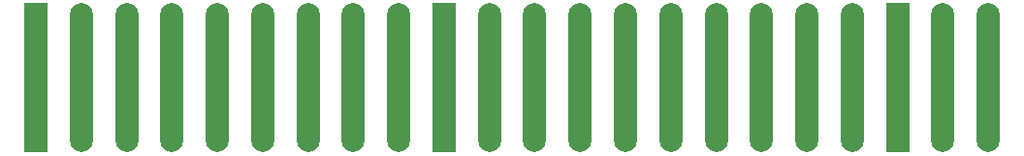
<source format=gbr>
%TF.GenerationSoftware,KiCad,Pcbnew,7.0.9*%
%TF.CreationDate,2023-11-10T10:13:10-06:00*%
%TF.ProjectId,controlSemaforicoMEga,636f6e74-726f-46c5-9365-6d61666f7269,rev?*%
%TF.SameCoordinates,PX4ef7d2aPY852b4f0*%
%TF.FileFunction,Paste,Bot*%
%TF.FilePolarity,Positive*%
%FSLAX46Y46*%
G04 Gerber Fmt 4.6, Leading zero omitted, Abs format (unit mm)*
G04 Created by KiCad (PCBNEW 7.0.9) date 2023-11-10 10:13:10*
%MOMM*%
%LPD*%
G01*
G04 APERTURE LIST*
%ADD10R,2.000000X13.000000*%
%ADD11O,2.000000X13.000000*%
G04 APERTURE END LIST*
D10*
%TO.C,J1*%
X15900000Y700000D03*
D11*
X19860000Y700000D03*
X23820000Y700000D03*
X27780000Y700000D03*
X31740000Y700000D03*
X35700000Y700000D03*
X39660000Y700000D03*
X43620000Y700000D03*
X47580000Y700000D03*
D10*
X51540000Y700000D03*
D11*
X55500000Y700000D03*
X59460000Y700000D03*
X63420000Y700000D03*
X67379990Y700000D03*
X71339990Y700000D03*
X75299990Y700000D03*
X79259990Y700000D03*
X83219990Y700000D03*
X87179990Y700000D03*
D10*
X91139990Y700000D03*
D11*
X95099990Y700000D03*
X99059990Y700000D03*
%TD*%
M02*

</source>
